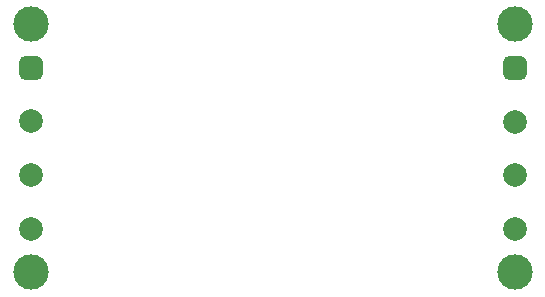
<source format=gbs>
G04 Layer_Color=16711935*
%FSAX44Y44*%
%MOMM*%
G71*
G01*
G75*
%ADD29C,2.0000*%
G04:AMPARAMS|DCode=30|XSize=2mm|YSize=2mm|CornerRadius=0.5mm|HoleSize=0mm|Usage=FLASHONLY|Rotation=270.000|XOffset=0mm|YOffset=0mm|HoleType=Round|Shape=RoundedRectangle|*
%AMROUNDEDRECTD30*
21,1,2.0000,1.0000,0,0,270.0*
21,1,1.0000,2.0000,0,0,270.0*
1,1,1.0000,-0.5000,-0.5000*
1,1,1.0000,-0.5000,0.5000*
1,1,1.0000,0.5000,0.5000*
1,1,1.0000,0.5000,-0.5000*
%
%ADD30ROUNDEDRECTD30*%
%ADD31C,3.0000*%
D29*
X06740000Y08547733D02*
D03*
Y08502267D02*
D03*
Y08456800D02*
D03*
X07150000Y08547400D02*
D03*
Y08502600D02*
D03*
Y08456800D02*
D03*
D30*
X06740000Y08593200D02*
D03*
X07150000D02*
D03*
D31*
X06740000Y08420000D02*
D03*
X07150000D02*
D03*
X07150000Y08630000D02*
D03*
X06740000D02*
D03*
M02*

</source>
